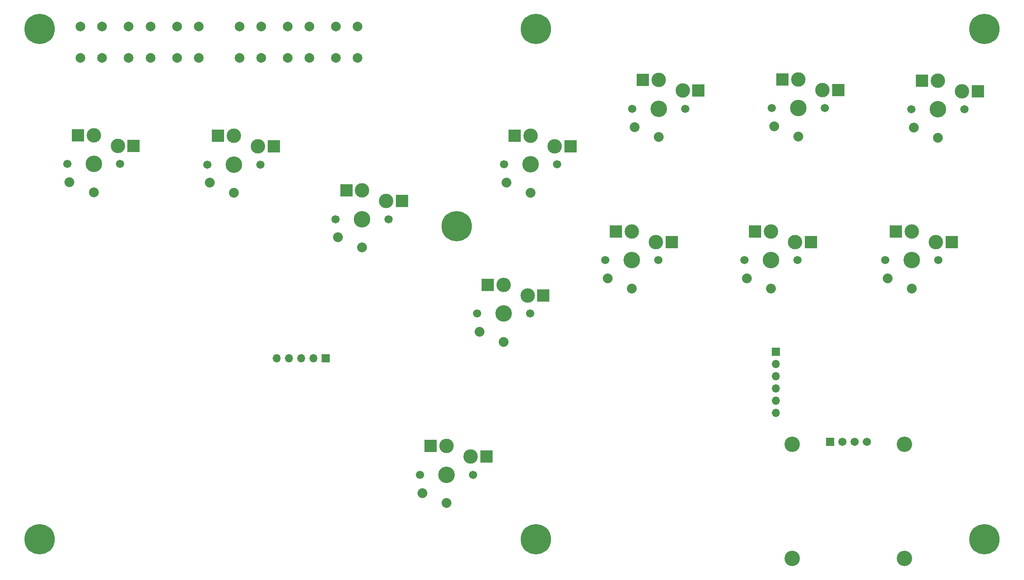
<source format=gbs>
%TF.GenerationSoftware,KiCad,Pcbnew,8.0.1*%
%TF.CreationDate,2024-05-01T14:37:59+02:00*%
%TF.ProjectId,PE2-for-review,5045322d-666f-4722-9d72-65766965772e,rev?*%
%TF.SameCoordinates,Original*%
%TF.FileFunction,Soldermask,Bot*%
%TF.FilePolarity,Negative*%
%FSLAX46Y46*%
G04 Gerber Fmt 4.6, Leading zero omitted, Abs format (unit mm)*
G04 Created by KiCad (PCBNEW 8.0.1) date 2024-05-01 14:37:59*
%MOMM*%
%LPD*%
G01*
G04 APERTURE LIST*
G04 Aperture macros list*
%AMRoundRect*
0 Rectangle with rounded corners*
0 $1 Rounding radius*
0 $2 $3 $4 $5 $6 $7 $8 $9 X,Y pos of 4 corners*
0 Add a 4 corners polygon primitive as box body*
4,1,4,$2,$3,$4,$5,$6,$7,$8,$9,$2,$3,0*
0 Add four circle primitives for the rounded corners*
1,1,$1+$1,$2,$3*
1,1,$1+$1,$4,$5*
1,1,$1+$1,$6,$7*
1,1,$1+$1,$8,$9*
0 Add four rect primitives between the rounded corners*
20,1,$1+$1,$2,$3,$4,$5,0*
20,1,$1+$1,$4,$5,$6,$7,0*
20,1,$1+$1,$6,$7,$8,$9,0*
20,1,$1+$1,$8,$9,$2,$3,0*%
G04 Aperture macros list end*
%ADD10C,1.701800*%
%ADD11C,3.000000*%
%ADD12C,3.429000*%
%ADD13R,2.600000X2.600000*%
%ADD14C,2.032000*%
%ADD15C,6.300000*%
%ADD16C,2.000000*%
%ADD17RoundRect,0.102000X-0.754000X-0.754000X0.754000X-0.754000X0.754000X0.754000X-0.754000X0.754000X0*%
%ADD18C,1.712000*%
%ADD19C,3.204000*%
%ADD20R,1.700000X1.700000*%
%ADD21O,1.700000X1.700000*%
G04 APERTURE END LIST*
D10*
X81820000Y-65170000D03*
D11*
X87320000Y-59220000D03*
D12*
X87320000Y-65170000D03*
D11*
X92320000Y-61420000D03*
D10*
X92820000Y-65170000D03*
D13*
X84045000Y-59220000D03*
D14*
X87320000Y-71070000D03*
X82320000Y-68970000D03*
D13*
X95595000Y-61420000D03*
D10*
X108420000Y-76520000D03*
D11*
X113920000Y-70570000D03*
D12*
X113920000Y-76520000D03*
D11*
X118920000Y-72770000D03*
D10*
X119420000Y-76520000D03*
D13*
X110645000Y-70570000D03*
D14*
X113920000Y-82420000D03*
X108920000Y-80320000D03*
D13*
X122195000Y-72770000D03*
D10*
X125920000Y-129620000D03*
D11*
X131420000Y-123670000D03*
D12*
X131420000Y-129620000D03*
D11*
X136420000Y-125870000D03*
D10*
X136920000Y-129620000D03*
D13*
X128145000Y-123670000D03*
D14*
X131420000Y-135520000D03*
X126420000Y-133420000D03*
D13*
X139695000Y-125870000D03*
D10*
X143360000Y-65110000D03*
D11*
X148860000Y-59160000D03*
D12*
X148860000Y-65110000D03*
D11*
X153860000Y-61360000D03*
D10*
X154360000Y-65110000D03*
D13*
X145585000Y-59160000D03*
D14*
X148860000Y-71010000D03*
X143860000Y-68910000D03*
D13*
X157135000Y-61360000D03*
D10*
X169920000Y-53580000D03*
D11*
X175420000Y-47630000D03*
D12*
X175420000Y-53580000D03*
D11*
X180420000Y-49830000D03*
D10*
X180920000Y-53580000D03*
D13*
X172145000Y-47630000D03*
D14*
X175420000Y-59480000D03*
X170420000Y-57380000D03*
D13*
X183695000Y-49830000D03*
D10*
X198890000Y-53460000D03*
D11*
X204390000Y-47510000D03*
D12*
X204390000Y-53460000D03*
D11*
X209390000Y-49710000D03*
D10*
X209890000Y-53460000D03*
D13*
X201115000Y-47510000D03*
D14*
X204390000Y-59360000D03*
X199390000Y-57260000D03*
D13*
X212665000Y-49710000D03*
D10*
X227860000Y-53700000D03*
D11*
X233360000Y-47750000D03*
D12*
X233360000Y-53700000D03*
D11*
X238360000Y-49950000D03*
D10*
X238860000Y-53700000D03*
D13*
X230085000Y-47750000D03*
D14*
X233360000Y-59600000D03*
X228360000Y-57500000D03*
D13*
X241635000Y-49950000D03*
D10*
X137750000Y-96150000D03*
D11*
X143250000Y-90200000D03*
D12*
X143250000Y-96150000D03*
D11*
X148250000Y-92400000D03*
D10*
X148750000Y-96150000D03*
D13*
X139975000Y-90200000D03*
D14*
X143250000Y-102050000D03*
X138250000Y-99950000D03*
D13*
X151525000Y-92400000D03*
D10*
X164360000Y-85040000D03*
D11*
X169860000Y-79090000D03*
D12*
X169860000Y-85040000D03*
D11*
X174860000Y-81290000D03*
D10*
X175360000Y-85040000D03*
D13*
X166585000Y-79090000D03*
D14*
X169860000Y-90940000D03*
X164860000Y-88840000D03*
D13*
X178135000Y-81290000D03*
D10*
X193210000Y-85040000D03*
D11*
X198710000Y-79090000D03*
D12*
X198710000Y-85040000D03*
D11*
X203710000Y-81290000D03*
D10*
X204210000Y-85040000D03*
D13*
X195435000Y-79090000D03*
D14*
X198710000Y-90940000D03*
X193710000Y-88840000D03*
D13*
X206985000Y-81290000D03*
D10*
X222420000Y-85040000D03*
D11*
X227920000Y-79090000D03*
D12*
X227920000Y-85040000D03*
D11*
X232920000Y-81290000D03*
D10*
X233420000Y-85040000D03*
D13*
X224645000Y-79090000D03*
D14*
X227920000Y-90940000D03*
X222920000Y-88840000D03*
D13*
X236195000Y-81290000D03*
D15*
X47000000Y-37000000D03*
X47000000Y-143000000D03*
X243000000Y-143000000D03*
X243000000Y-37000000D03*
D10*
X52725000Y-65050000D03*
D11*
X58225000Y-59100000D03*
D12*
X58225000Y-65050000D03*
D11*
X63225000Y-61300000D03*
D10*
X63725000Y-65050000D03*
D13*
X54950000Y-59100000D03*
D14*
X58225000Y-70950000D03*
X53225000Y-68850000D03*
D13*
X66500000Y-61300000D03*
D15*
X150000000Y-37000000D03*
D16*
X88500000Y-43000000D03*
X88500000Y-36500000D03*
X93000000Y-43000000D03*
X93000000Y-36500000D03*
X65500000Y-43000000D03*
X65500000Y-36500000D03*
X70000000Y-43000000D03*
X70000000Y-36500000D03*
X98500000Y-43000000D03*
X98500000Y-36500000D03*
X103000000Y-43000000D03*
X103000000Y-36500000D03*
X55500000Y-43000000D03*
X55500000Y-36500000D03*
X60000000Y-43000000D03*
X60000000Y-36500000D03*
X75500000Y-43000000D03*
X75500000Y-36500000D03*
X80000000Y-43000000D03*
X80000000Y-36500000D03*
X108500000Y-43000000D03*
X108500000Y-36500000D03*
X113000000Y-43000000D03*
X113000000Y-36500000D03*
D15*
X133500000Y-78000000D03*
X150000000Y-143000000D03*
D17*
X210990000Y-122812500D03*
D18*
X213530000Y-122812500D03*
X216070000Y-122812500D03*
X218610000Y-122812500D03*
D19*
X203150000Y-123312500D03*
X226450000Y-123312500D03*
X226450000Y-147012500D03*
X203150000Y-147012500D03*
D20*
X199725000Y-104050000D03*
D21*
X199725000Y-106590000D03*
X199725000Y-109130000D03*
X199725000Y-111670000D03*
X199725000Y-114210000D03*
X199725000Y-116750000D03*
D20*
X106375000Y-105425000D03*
D21*
X103835000Y-105425000D03*
X101295000Y-105425000D03*
X98755000Y-105425000D03*
X96215000Y-105425000D03*
M02*

</source>
